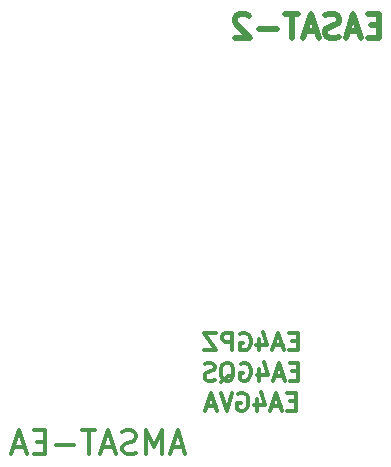
<source format=gbr>
G04 #@! TF.FileFunction,Legend,Bot*
%FSLAX46Y46*%
G04 Gerber Fmt 4.6, Leading zero omitted, Abs format (unit mm)*
G04 Created by KiCad (PCBNEW 4.0.7) date 03/30/18 15:53:02*
%MOMM*%
%LPD*%
G01*
G04 APERTURE LIST*
%ADD10C,0.100000*%
%ADD11C,0.300000*%
%ADD12C,0.500000*%
G04 APERTURE END LIST*
D10*
D11*
X145940477Y-123333333D02*
X144988096Y-123333333D01*
X146130953Y-123904762D02*
X145464286Y-121904762D01*
X144797619Y-123904762D01*
X144130953Y-123904762D02*
X144130953Y-121904762D01*
X143464286Y-123333333D01*
X142797619Y-121904762D01*
X142797619Y-123904762D01*
X141940477Y-123809524D02*
X141654762Y-123904762D01*
X141178572Y-123904762D01*
X140988096Y-123809524D01*
X140892858Y-123714286D01*
X140797619Y-123523810D01*
X140797619Y-123333333D01*
X140892858Y-123142857D01*
X140988096Y-123047619D01*
X141178572Y-122952381D01*
X141559524Y-122857143D01*
X141750000Y-122761905D01*
X141845239Y-122666667D01*
X141940477Y-122476190D01*
X141940477Y-122285714D01*
X141845239Y-122095238D01*
X141750000Y-122000000D01*
X141559524Y-121904762D01*
X141083334Y-121904762D01*
X140797619Y-122000000D01*
X140035715Y-123333333D02*
X139083334Y-123333333D01*
X140226191Y-123904762D02*
X139559524Y-121904762D01*
X138892857Y-123904762D01*
X138511905Y-121904762D02*
X137369048Y-121904762D01*
X137940476Y-123904762D02*
X137940476Y-121904762D01*
X136702381Y-123142857D02*
X135178571Y-123142857D01*
X134226191Y-122857143D02*
X133559524Y-122857143D01*
X133273810Y-123904762D02*
X134226191Y-123904762D01*
X134226191Y-121904762D01*
X133273810Y-121904762D01*
X132511905Y-123333333D02*
X131559524Y-123333333D01*
X132702381Y-123904762D02*
X132035714Y-121904762D01*
X131369047Y-123904762D01*
X155642856Y-114342857D02*
X155142856Y-114342857D01*
X154928570Y-115128571D02*
X155642856Y-115128571D01*
X155642856Y-113628571D01*
X154928570Y-113628571D01*
X154357142Y-114700000D02*
X153642856Y-114700000D01*
X154499999Y-115128571D02*
X153999999Y-113628571D01*
X153499999Y-115128571D01*
X152357142Y-114128571D02*
X152357142Y-115128571D01*
X152714285Y-113557143D02*
X153071428Y-114628571D01*
X152142856Y-114628571D01*
X150785714Y-113700000D02*
X150928571Y-113628571D01*
X151142857Y-113628571D01*
X151357142Y-113700000D01*
X151500000Y-113842857D01*
X151571428Y-113985714D01*
X151642857Y-114271429D01*
X151642857Y-114485714D01*
X151571428Y-114771429D01*
X151500000Y-114914286D01*
X151357142Y-115057143D01*
X151142857Y-115128571D01*
X151000000Y-115128571D01*
X150785714Y-115057143D01*
X150714285Y-114985714D01*
X150714285Y-114485714D01*
X151000000Y-114485714D01*
X150071428Y-115128571D02*
X150071428Y-113628571D01*
X149500000Y-113628571D01*
X149357142Y-113700000D01*
X149285714Y-113771429D01*
X149214285Y-113914286D01*
X149214285Y-114128571D01*
X149285714Y-114271429D01*
X149357142Y-114342857D01*
X149500000Y-114414286D01*
X150071428Y-114414286D01*
X148714285Y-113628571D02*
X147714285Y-113628571D01*
X148714285Y-115128571D01*
X147714285Y-115128571D01*
X155678571Y-116892857D02*
X155178571Y-116892857D01*
X154964285Y-117678571D02*
X155678571Y-117678571D01*
X155678571Y-116178571D01*
X154964285Y-116178571D01*
X154392857Y-117250000D02*
X153678571Y-117250000D01*
X154535714Y-117678571D02*
X154035714Y-116178571D01*
X153535714Y-117678571D01*
X152392857Y-116678571D02*
X152392857Y-117678571D01*
X152750000Y-116107143D02*
X153107143Y-117178571D01*
X152178571Y-117178571D01*
X150821429Y-116250000D02*
X150964286Y-116178571D01*
X151178572Y-116178571D01*
X151392857Y-116250000D01*
X151535715Y-116392857D01*
X151607143Y-116535714D01*
X151678572Y-116821429D01*
X151678572Y-117035714D01*
X151607143Y-117321429D01*
X151535715Y-117464286D01*
X151392857Y-117607143D01*
X151178572Y-117678571D01*
X151035715Y-117678571D01*
X150821429Y-117607143D01*
X150750000Y-117535714D01*
X150750000Y-117035714D01*
X151035715Y-117035714D01*
X149107143Y-117821429D02*
X149250000Y-117750000D01*
X149392857Y-117607143D01*
X149607143Y-117392857D01*
X149750000Y-117321429D01*
X149892857Y-117321429D01*
X149821429Y-117678571D02*
X149964286Y-117607143D01*
X150107143Y-117464286D01*
X150178572Y-117178571D01*
X150178572Y-116678571D01*
X150107143Y-116392857D01*
X149964286Y-116250000D01*
X149821429Y-116178571D01*
X149535715Y-116178571D01*
X149392857Y-116250000D01*
X149250000Y-116392857D01*
X149178572Y-116678571D01*
X149178572Y-117178571D01*
X149250000Y-117464286D01*
X149392857Y-117607143D01*
X149535715Y-117678571D01*
X149821429Y-117678571D01*
X148607143Y-117607143D02*
X148392857Y-117678571D01*
X148035714Y-117678571D01*
X147892857Y-117607143D01*
X147821428Y-117535714D01*
X147750000Y-117392857D01*
X147750000Y-117250000D01*
X147821428Y-117107143D01*
X147892857Y-117035714D01*
X148035714Y-116964286D01*
X148321428Y-116892857D01*
X148464286Y-116821429D01*
X148535714Y-116750000D01*
X148607143Y-116607143D01*
X148607143Y-116464286D01*
X148535714Y-116321429D01*
X148464286Y-116250000D01*
X148321428Y-116178571D01*
X147964286Y-116178571D01*
X147750000Y-116250000D01*
X155464285Y-119442857D02*
X154964285Y-119442857D01*
X154749999Y-120228571D02*
X155464285Y-120228571D01*
X155464285Y-118728571D01*
X154749999Y-118728571D01*
X154178571Y-119800000D02*
X153464285Y-119800000D01*
X154321428Y-120228571D02*
X153821428Y-118728571D01*
X153321428Y-120228571D01*
X152178571Y-119228571D02*
X152178571Y-120228571D01*
X152535714Y-118657143D02*
X152892857Y-119728571D01*
X151964285Y-119728571D01*
X150607143Y-118800000D02*
X150750000Y-118728571D01*
X150964286Y-118728571D01*
X151178571Y-118800000D01*
X151321429Y-118942857D01*
X151392857Y-119085714D01*
X151464286Y-119371429D01*
X151464286Y-119585714D01*
X151392857Y-119871429D01*
X151321429Y-120014286D01*
X151178571Y-120157143D01*
X150964286Y-120228571D01*
X150821429Y-120228571D01*
X150607143Y-120157143D01*
X150535714Y-120085714D01*
X150535714Y-119585714D01*
X150821429Y-119585714D01*
X150107143Y-118728571D02*
X149607143Y-120228571D01*
X149107143Y-118728571D01*
X148678572Y-119800000D02*
X147964286Y-119800000D01*
X148821429Y-120228571D02*
X148321429Y-118728571D01*
X147821429Y-120228571D01*
D12*
X162547620Y-87607143D02*
X161880953Y-87607143D01*
X161595239Y-88654762D02*
X162547620Y-88654762D01*
X162547620Y-86654762D01*
X161595239Y-86654762D01*
X160833334Y-88083333D02*
X159880953Y-88083333D01*
X161023810Y-88654762D02*
X160357143Y-86654762D01*
X159690476Y-88654762D01*
X159119048Y-88559524D02*
X158833333Y-88654762D01*
X158357143Y-88654762D01*
X158166667Y-88559524D01*
X158071429Y-88464286D01*
X157976190Y-88273810D01*
X157976190Y-88083333D01*
X158071429Y-87892857D01*
X158166667Y-87797619D01*
X158357143Y-87702381D01*
X158738095Y-87607143D01*
X158928571Y-87511905D01*
X159023810Y-87416667D01*
X159119048Y-87226190D01*
X159119048Y-87035714D01*
X159023810Y-86845238D01*
X158928571Y-86750000D01*
X158738095Y-86654762D01*
X158261905Y-86654762D01*
X157976190Y-86750000D01*
X157214286Y-88083333D02*
X156261905Y-88083333D01*
X157404762Y-88654762D02*
X156738095Y-86654762D01*
X156071428Y-88654762D01*
X155690476Y-86654762D02*
X154547619Y-86654762D01*
X155119047Y-88654762D02*
X155119047Y-86654762D01*
X153880952Y-87892857D02*
X152357142Y-87892857D01*
X151500000Y-86845238D02*
X151404762Y-86750000D01*
X151214285Y-86654762D01*
X150738095Y-86654762D01*
X150547619Y-86750000D01*
X150452381Y-86845238D01*
X150357142Y-87035714D01*
X150357142Y-87226190D01*
X150452381Y-87511905D01*
X151595238Y-88654762D01*
X150357142Y-88654762D01*
M02*

</source>
